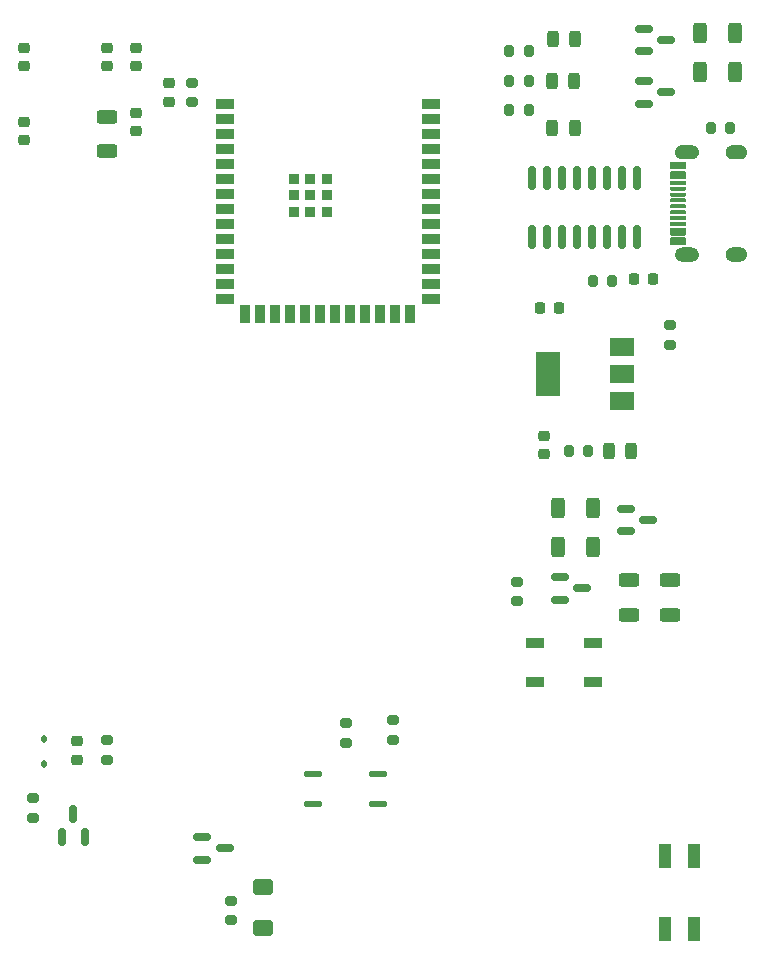
<source format=gbr>
%TF.GenerationSoftware,KiCad,Pcbnew,7.0.1*%
%TF.CreationDate,2023-08-30T08:57:10+02:00*%
%TF.ProjectId,LAS_V1,4c41535f-5631-42e6-9b69-6361645f7063,rev?*%
%TF.SameCoordinates,Original*%
%TF.FileFunction,Paste,Top*%
%TF.FilePolarity,Positive*%
%FSLAX46Y46*%
G04 Gerber Fmt 4.6, Leading zero omitted, Abs format (unit mm)*
G04 Created by KiCad (PCBNEW 7.0.1) date 2023-08-30 08:57:10*
%MOMM*%
%LPD*%
G01*
G04 APERTURE LIST*
G04 Aperture macros list*
%AMRoundRect*
0 Rectangle with rounded corners*
0 $1 Rounding radius*
0 $2 $3 $4 $5 $6 $7 $8 $9 X,Y pos of 4 corners*
0 Add a 4 corners polygon primitive as box body*
4,1,4,$2,$3,$4,$5,$6,$7,$8,$9,$2,$3,0*
0 Add four circle primitives for the rounded corners*
1,1,$1+$1,$2,$3*
1,1,$1+$1,$4,$5*
1,1,$1+$1,$6,$7*
1,1,$1+$1,$8,$9*
0 Add four rect primitives between the rounded corners*
20,1,$1+$1,$2,$3,$4,$5,0*
20,1,$1+$1,$4,$5,$6,$7,0*
20,1,$1+$1,$6,$7,$8,$9,0*
20,1,$1+$1,$8,$9,$2,$3,0*%
G04 Aperture macros list end*
%ADD10O,2.000000X1.200000*%
%ADD11O,1.800000X1.200000*%
%ADD12R,1.300000X0.300000*%
%ADD13RoundRect,0.250000X-0.625000X0.312500X-0.625000X-0.312500X0.625000X-0.312500X0.625000X0.312500X0*%
%ADD14RoundRect,0.200000X-0.275000X0.200000X-0.275000X-0.200000X0.275000X-0.200000X0.275000X0.200000X0*%
%ADD15RoundRect,0.200000X0.275000X-0.200000X0.275000X0.200000X-0.275000X0.200000X-0.275000X-0.200000X0*%
%ADD16RoundRect,0.243750X0.243750X0.456250X-0.243750X0.456250X-0.243750X-0.456250X0.243750X-0.456250X0*%
%ADD17RoundRect,0.218750X-0.256250X0.218750X-0.256250X-0.218750X0.256250X-0.218750X0.256250X0.218750X0*%
%ADD18RoundRect,0.150000X-0.587500X-0.150000X0.587500X-0.150000X0.587500X0.150000X-0.587500X0.150000X0*%
%ADD19RoundRect,0.225000X-0.250000X0.225000X-0.250000X-0.225000X0.250000X-0.225000X0.250000X0.225000X0*%
%ADD20RoundRect,0.200000X-0.200000X-0.275000X0.200000X-0.275000X0.200000X0.275000X-0.200000X0.275000X0*%
%ADD21R,2.000000X1.500000*%
%ADD22R,2.000000X3.800000*%
%ADD23RoundRect,0.150000X0.150000X-0.825000X0.150000X0.825000X-0.150000X0.825000X-0.150000X-0.825000X0*%
%ADD24R,1.500000X0.900000*%
%ADD25R,0.900000X1.500000*%
%ADD26R,0.900000X0.900000*%
%ADD27RoundRect,0.200000X0.200000X0.275000X-0.200000X0.275000X-0.200000X-0.275000X0.200000X-0.275000X0*%
%ADD28RoundRect,0.225000X-0.225000X-0.250000X0.225000X-0.250000X0.225000X0.250000X-0.225000X0.250000X0*%
%ADD29RoundRect,0.112500X0.112500X-0.187500X0.112500X0.187500X-0.112500X0.187500X-0.112500X-0.187500X0*%
%ADD30RoundRect,0.250000X0.312500X0.625000X-0.312500X0.625000X-0.312500X-0.625000X0.312500X-0.625000X0*%
%ADD31RoundRect,0.250000X-0.312500X-0.625000X0.312500X-0.625000X0.312500X0.625000X-0.312500X0.625000X0*%
%ADD32RoundRect,0.150000X0.150000X-0.587500X0.150000X0.587500X-0.150000X0.587500X-0.150000X-0.587500X0*%
%ADD33RoundRect,0.225000X0.250000X-0.225000X0.250000X0.225000X-0.250000X0.225000X-0.250000X-0.225000X0*%
%ADD34RoundRect,0.250000X-0.600000X0.400000X-0.600000X-0.400000X0.600000X-0.400000X0.600000X0.400000X0*%
%ADD35R,1.100000X2.000000*%
%ADD36RoundRect,0.137500X0.587500X0.137500X-0.587500X0.137500X-0.587500X-0.137500X0.587500X-0.137500X0*%
G04 APERTURE END LIST*
%TO.C,J7*%
G36*
X152027500Y-75800000D02*
G01*
X150727500Y-75800000D01*
X150727500Y-75500000D01*
X152027500Y-75500000D01*
X152027500Y-75800000D01*
G37*
G36*
X152027500Y-75300000D02*
G01*
X150727500Y-75300000D01*
X150727500Y-75000000D01*
X152027500Y-75000000D01*
X152027500Y-75300000D01*
G37*
G36*
X152027500Y-74800000D02*
G01*
X150727500Y-74800000D01*
X150727500Y-74500000D01*
X152027500Y-74500000D01*
X152027500Y-74800000D01*
G37*
G36*
X152027500Y-74300000D02*
G01*
X150727500Y-74300000D01*
X150727500Y-74000000D01*
X152027500Y-74000000D01*
X152027500Y-74300000D01*
G37*
G36*
X152027500Y-73800000D02*
G01*
X150727500Y-73800000D01*
X150727500Y-73500000D01*
X152027500Y-73500000D01*
X152027500Y-73800000D01*
G37*
G36*
X152027500Y-73300000D02*
G01*
X150727500Y-73300000D01*
X150727500Y-73000000D01*
X152027500Y-73000000D01*
X152027500Y-73300000D01*
G37*
G36*
X152027500Y-72800000D02*
G01*
X150727500Y-72800000D01*
X150727500Y-72500000D01*
X152027500Y-72500000D01*
X152027500Y-72800000D01*
G37*
G36*
X152027500Y-72300000D02*
G01*
X150727500Y-72300000D01*
X150727500Y-72000000D01*
X152027500Y-72000000D01*
X152027500Y-72300000D01*
G37*
G36*
X152027500Y-77100000D02*
G01*
X152027500Y-77400000D01*
X150727500Y-77400000D01*
X150727500Y-77100000D01*
X150727500Y-76800000D01*
X152027500Y-76800000D01*
X152027500Y-77100000D01*
G37*
G36*
X152027500Y-76300000D02*
G01*
X152027500Y-76600000D01*
X150727500Y-76600000D01*
X150727500Y-76300000D01*
X150727500Y-76000000D01*
X152027500Y-76000000D01*
X152027500Y-76300000D01*
G37*
G36*
X152027500Y-71500000D02*
G01*
X152027500Y-71800000D01*
X150727500Y-71800000D01*
X150727500Y-71500000D01*
X150727500Y-71200000D01*
X152027500Y-71200000D01*
X152027500Y-71500000D01*
G37*
G36*
X152027500Y-70700000D02*
G01*
X152027500Y-71000000D01*
X150727500Y-71000000D01*
X150727500Y-70700000D01*
X150727500Y-70400000D01*
X152027500Y-70400000D01*
X152027500Y-70700000D01*
G37*
G36*
X156655500Y-77626000D02*
G01*
X156685500Y-77628000D01*
X156715500Y-77632000D01*
X156744500Y-77637000D01*
X156773500Y-77644000D01*
X156802500Y-77652000D01*
X156830500Y-77661000D01*
X156858500Y-77672000D01*
X156885500Y-77685000D01*
X156912500Y-77698000D01*
X156938500Y-77713000D01*
X156963500Y-77729000D01*
X156987500Y-77747000D01*
X157011500Y-77765000D01*
X157033500Y-77785000D01*
X157055500Y-77806000D01*
X157075500Y-77828000D01*
X157094500Y-77851000D01*
X157112500Y-77875000D01*
X157129500Y-77900000D01*
X157145500Y-77925000D01*
X157159500Y-77951000D01*
X157172500Y-77978000D01*
X157184500Y-78006000D01*
X157194500Y-78034000D01*
X157203500Y-78063000D01*
X157210500Y-78092000D01*
X157216500Y-78121000D01*
X157220500Y-78151000D01*
X157223500Y-78180000D01*
X157225500Y-78210000D01*
X157225500Y-78240000D01*
X157223500Y-78270000D01*
X157220500Y-78300000D01*
X157216500Y-78329000D01*
X157210500Y-78359000D01*
X157203500Y-78388000D01*
X157194500Y-78416000D01*
X157184500Y-78444000D01*
X157172500Y-78472000D01*
X157159500Y-78499000D01*
X157145500Y-78525000D01*
X157129500Y-78551000D01*
X157112500Y-78575000D01*
X157094500Y-78599000D01*
X157075500Y-78622000D01*
X157055500Y-78644000D01*
X157033500Y-78665000D01*
X157011500Y-78685000D01*
X156987500Y-78703000D01*
X156963500Y-78721000D01*
X156938500Y-78737000D01*
X156912500Y-78752000D01*
X156885500Y-78766000D01*
X156858500Y-78778000D01*
X156830500Y-78789000D01*
X156802500Y-78798000D01*
X156773500Y-78807000D01*
X156744500Y-78813000D01*
X156715500Y-78818000D01*
X156685500Y-78822000D01*
X156655500Y-78824000D01*
X156625500Y-78825000D01*
X156025500Y-78825000D01*
X155995500Y-78824000D01*
X155965500Y-78822000D01*
X155936500Y-78818000D01*
X155906500Y-78813000D01*
X155877500Y-78807000D01*
X155848500Y-78798000D01*
X155820500Y-78789000D01*
X155792500Y-78778000D01*
X155765500Y-78766000D01*
X155738500Y-78752000D01*
X155712500Y-78737000D01*
X155687500Y-78721000D01*
X155663500Y-78703000D01*
X155639500Y-78685000D01*
X155617500Y-78665000D01*
X155596500Y-78644000D01*
X155575500Y-78622000D01*
X155556500Y-78599000D01*
X155538500Y-78575000D01*
X155521500Y-78551000D01*
X155506500Y-78525000D01*
X155491500Y-78499000D01*
X155478500Y-78472000D01*
X155467500Y-78444000D01*
X155456500Y-78416000D01*
X155448500Y-78388000D01*
X155440500Y-78359000D01*
X155434500Y-78329000D01*
X155430500Y-78300000D01*
X155427500Y-78270000D01*
X155425500Y-78240000D01*
X155425500Y-78210000D01*
X155427500Y-78180000D01*
X155430500Y-78151000D01*
X155434500Y-78121000D01*
X155440500Y-78092000D01*
X155448500Y-78063000D01*
X155456500Y-78034000D01*
X155467500Y-78006000D01*
X155478500Y-77978000D01*
X155491500Y-77951000D01*
X155506500Y-77925000D01*
X155521500Y-77900000D01*
X155538500Y-77875000D01*
X155556500Y-77851000D01*
X155575500Y-77828000D01*
X155596500Y-77806000D01*
X155617500Y-77785000D01*
X155639500Y-77765000D01*
X155663500Y-77747000D01*
X155687500Y-77729000D01*
X155712500Y-77713000D01*
X155738500Y-77698000D01*
X155765500Y-77685000D01*
X155792500Y-77672000D01*
X155820500Y-77661000D01*
X155848500Y-77652000D01*
X155877500Y-77644000D01*
X155906500Y-77637000D01*
X155936500Y-77632000D01*
X155965500Y-77628000D01*
X155995500Y-77626000D01*
X156025500Y-77625000D01*
X156625500Y-77625000D01*
X156655500Y-77626000D01*
G37*
G36*
X152575500Y-77626000D02*
G01*
X152605500Y-77628000D01*
X152635500Y-77632000D01*
X152664500Y-77637000D01*
X152693500Y-77644000D01*
X152722500Y-77652000D01*
X152750500Y-77661000D01*
X152778500Y-77672000D01*
X152806500Y-77685000D01*
X152832500Y-77698000D01*
X152858500Y-77713000D01*
X152883500Y-77729000D01*
X152907500Y-77747000D01*
X152931500Y-77765000D01*
X152953500Y-77785000D01*
X152975500Y-77806000D01*
X152995500Y-77828000D01*
X153014500Y-77851000D01*
X153032500Y-77875000D01*
X153049500Y-77900000D01*
X153065500Y-77925000D01*
X153079500Y-77951000D01*
X153092500Y-77978000D01*
X153104500Y-78006000D01*
X153114500Y-78034000D01*
X153123500Y-78063000D01*
X153130500Y-78092000D01*
X153136500Y-78121000D01*
X153141500Y-78151000D01*
X153144500Y-78180000D01*
X153145500Y-78210000D01*
X153145500Y-78240000D01*
X153144500Y-78270000D01*
X153141500Y-78300000D01*
X153136500Y-78329000D01*
X153130500Y-78359000D01*
X153123500Y-78388000D01*
X153114500Y-78416000D01*
X153104500Y-78444000D01*
X153092500Y-78472000D01*
X153079500Y-78499000D01*
X153065500Y-78525000D01*
X153049500Y-78551000D01*
X153032500Y-78575000D01*
X153014500Y-78599000D01*
X152995500Y-78622000D01*
X152975500Y-78644000D01*
X152953500Y-78665000D01*
X152931500Y-78685000D01*
X152907500Y-78703000D01*
X152883500Y-78721000D01*
X152858500Y-78737000D01*
X152832500Y-78752000D01*
X152806500Y-78766000D01*
X152778500Y-78778000D01*
X152750500Y-78789000D01*
X152722500Y-78798000D01*
X152693500Y-78807000D01*
X152664500Y-78813000D01*
X152635500Y-78818000D01*
X152605500Y-78822000D01*
X152575500Y-78824000D01*
X152545500Y-78825000D01*
X151745500Y-78825000D01*
X151715500Y-78824000D01*
X151685500Y-78822000D01*
X151656500Y-78818000D01*
X151626500Y-78813000D01*
X151597500Y-78807000D01*
X151568500Y-78798000D01*
X151540500Y-78789000D01*
X151512500Y-78778000D01*
X151485500Y-78766000D01*
X151458500Y-78752000D01*
X151432500Y-78737000D01*
X151407500Y-78721000D01*
X151383500Y-78703000D01*
X151360500Y-78685000D01*
X151337500Y-78665000D01*
X151316500Y-78644000D01*
X151295500Y-78622000D01*
X151276500Y-78599000D01*
X151258500Y-78575000D01*
X151241500Y-78551000D01*
X151226500Y-78525000D01*
X151211500Y-78499000D01*
X151198500Y-78472000D01*
X151187500Y-78444000D01*
X151176500Y-78416000D01*
X151168500Y-78388000D01*
X151160500Y-78359000D01*
X151154500Y-78329000D01*
X151150500Y-78300000D01*
X151147500Y-78270000D01*
X151145500Y-78240000D01*
X151145500Y-78210000D01*
X151147500Y-78180000D01*
X151150500Y-78151000D01*
X151154500Y-78121000D01*
X151160500Y-78092000D01*
X151168500Y-78063000D01*
X151176500Y-78034000D01*
X151187500Y-78006000D01*
X151198500Y-77978000D01*
X151211500Y-77951000D01*
X151226500Y-77925000D01*
X151241500Y-77900000D01*
X151258500Y-77875000D01*
X151276500Y-77851000D01*
X151295500Y-77828000D01*
X151316500Y-77806000D01*
X151337500Y-77785000D01*
X151360500Y-77765000D01*
X151383500Y-77747000D01*
X151407500Y-77729000D01*
X151432500Y-77713000D01*
X151458500Y-77698000D01*
X151485500Y-77685000D01*
X151512500Y-77672000D01*
X151540500Y-77661000D01*
X151568500Y-77652000D01*
X151597500Y-77644000D01*
X151626500Y-77637000D01*
X151656500Y-77632000D01*
X151685500Y-77628000D01*
X151715500Y-77626000D01*
X151745500Y-77625000D01*
X152545500Y-77625000D01*
X152575500Y-77626000D01*
G37*
G36*
X152575500Y-68976000D02*
G01*
X152605500Y-68978000D01*
X152635500Y-68982000D01*
X152664500Y-68987000D01*
X152693500Y-68993000D01*
X152722500Y-69002000D01*
X152750500Y-69011000D01*
X152778500Y-69022000D01*
X152806500Y-69034000D01*
X152832500Y-69048000D01*
X152858500Y-69063000D01*
X152883500Y-69079000D01*
X152907500Y-69097000D01*
X152931500Y-69115000D01*
X152953500Y-69135000D01*
X152975500Y-69156000D01*
X152995500Y-69178000D01*
X153014500Y-69201000D01*
X153032500Y-69225000D01*
X153049500Y-69249000D01*
X153065500Y-69275000D01*
X153079500Y-69301000D01*
X153092500Y-69328000D01*
X153104500Y-69356000D01*
X153114500Y-69384000D01*
X153123500Y-69412000D01*
X153130500Y-69441000D01*
X153136500Y-69471000D01*
X153141500Y-69500000D01*
X153144500Y-69530000D01*
X153145500Y-69560000D01*
X153145500Y-69590000D01*
X153144500Y-69620000D01*
X153141500Y-69649000D01*
X153136500Y-69679000D01*
X153130500Y-69708000D01*
X153123500Y-69737000D01*
X153114500Y-69766000D01*
X153104500Y-69794000D01*
X153092500Y-69822000D01*
X153079500Y-69849000D01*
X153065500Y-69875000D01*
X153049500Y-69900000D01*
X153032500Y-69925000D01*
X153014500Y-69949000D01*
X152995500Y-69972000D01*
X152975500Y-69994000D01*
X152953500Y-70015000D01*
X152931500Y-70035000D01*
X152907500Y-70053000D01*
X152883500Y-70071000D01*
X152858500Y-70087000D01*
X152832500Y-70102000D01*
X152806500Y-70115000D01*
X152778500Y-70128000D01*
X152750500Y-70139000D01*
X152722500Y-70148000D01*
X152693500Y-70156000D01*
X152664500Y-70163000D01*
X152635500Y-70168000D01*
X152605500Y-70172000D01*
X152575500Y-70174000D01*
X152545500Y-70175000D01*
X151745500Y-70175000D01*
X151715500Y-70174000D01*
X151685500Y-70172000D01*
X151656500Y-70168000D01*
X151626500Y-70163000D01*
X151597500Y-70156000D01*
X151568500Y-70148000D01*
X151540500Y-70139000D01*
X151512500Y-70128000D01*
X151485500Y-70115000D01*
X151458500Y-70102000D01*
X151432500Y-70087000D01*
X151407500Y-70071000D01*
X151383500Y-70053000D01*
X151360500Y-70035000D01*
X151337500Y-70015000D01*
X151316500Y-69994000D01*
X151295500Y-69972000D01*
X151276500Y-69949000D01*
X151258500Y-69925000D01*
X151241500Y-69900000D01*
X151226500Y-69875000D01*
X151211500Y-69849000D01*
X151198500Y-69822000D01*
X151187500Y-69794000D01*
X151176500Y-69766000D01*
X151168500Y-69737000D01*
X151160500Y-69708000D01*
X151154500Y-69679000D01*
X151150500Y-69649000D01*
X151147500Y-69620000D01*
X151145500Y-69590000D01*
X151145500Y-69560000D01*
X151147500Y-69530000D01*
X151150500Y-69500000D01*
X151154500Y-69471000D01*
X151160500Y-69441000D01*
X151168500Y-69412000D01*
X151176500Y-69384000D01*
X151187500Y-69356000D01*
X151198500Y-69328000D01*
X151211500Y-69301000D01*
X151226500Y-69275000D01*
X151241500Y-69249000D01*
X151258500Y-69225000D01*
X151276500Y-69201000D01*
X151295500Y-69178000D01*
X151316500Y-69156000D01*
X151337500Y-69135000D01*
X151360500Y-69115000D01*
X151383500Y-69097000D01*
X151407500Y-69079000D01*
X151432500Y-69063000D01*
X151458500Y-69048000D01*
X151485500Y-69034000D01*
X151512500Y-69022000D01*
X151540500Y-69011000D01*
X151568500Y-69002000D01*
X151597500Y-68993000D01*
X151626500Y-68987000D01*
X151656500Y-68982000D01*
X151685500Y-68978000D01*
X151715500Y-68976000D01*
X151745500Y-68975000D01*
X152545500Y-68975000D01*
X152575500Y-68976000D01*
G37*
G36*
X156655500Y-68976000D02*
G01*
X156685500Y-68978000D01*
X156715500Y-68982000D01*
X156744500Y-68987000D01*
X156773500Y-68993000D01*
X156802500Y-69002000D01*
X156830500Y-69011000D01*
X156858500Y-69022000D01*
X156885500Y-69034000D01*
X156912500Y-69048000D01*
X156938500Y-69063000D01*
X156963500Y-69079000D01*
X156987500Y-69097000D01*
X157011500Y-69115000D01*
X157033500Y-69135000D01*
X157055500Y-69156000D01*
X157075500Y-69178000D01*
X157094500Y-69201000D01*
X157112500Y-69225000D01*
X157129500Y-69249000D01*
X157145500Y-69275000D01*
X157159500Y-69301000D01*
X157172500Y-69328000D01*
X157184500Y-69356000D01*
X157194500Y-69384000D01*
X157203500Y-69412000D01*
X157210500Y-69441000D01*
X157216500Y-69471000D01*
X157220500Y-69500000D01*
X157223500Y-69530000D01*
X157225500Y-69560000D01*
X157225500Y-69590000D01*
X157223500Y-69620000D01*
X157220500Y-69649000D01*
X157216500Y-69679000D01*
X157210500Y-69708000D01*
X157203500Y-69737000D01*
X157194500Y-69766000D01*
X157184500Y-69794000D01*
X157172500Y-69822000D01*
X157159500Y-69849000D01*
X157145500Y-69875000D01*
X157129500Y-69900000D01*
X157112500Y-69925000D01*
X157094500Y-69949000D01*
X157075500Y-69972000D01*
X157055500Y-69994000D01*
X157033500Y-70015000D01*
X157011500Y-70035000D01*
X156987500Y-70053000D01*
X156963500Y-70071000D01*
X156938500Y-70087000D01*
X156912500Y-70102000D01*
X156885500Y-70115000D01*
X156858500Y-70128000D01*
X156830500Y-70139000D01*
X156802500Y-70148000D01*
X156773500Y-70156000D01*
X156744500Y-70163000D01*
X156715500Y-70168000D01*
X156685500Y-70172000D01*
X156655500Y-70174000D01*
X156625500Y-70175000D01*
X156025500Y-70175000D01*
X155995500Y-70174000D01*
X155965500Y-70172000D01*
X155936500Y-70168000D01*
X155906500Y-70163000D01*
X155877500Y-70156000D01*
X155848500Y-70148000D01*
X155820500Y-70139000D01*
X155792500Y-70128000D01*
X155765500Y-70115000D01*
X155738500Y-70102000D01*
X155712500Y-70087000D01*
X155687500Y-70071000D01*
X155663500Y-70053000D01*
X155639500Y-70035000D01*
X155617500Y-70015000D01*
X155596500Y-69994000D01*
X155575500Y-69972000D01*
X155556500Y-69949000D01*
X155538500Y-69925000D01*
X155521500Y-69900000D01*
X155506500Y-69875000D01*
X155491500Y-69849000D01*
X155478500Y-69822000D01*
X155467500Y-69794000D01*
X155456500Y-69766000D01*
X155448500Y-69737000D01*
X155440500Y-69708000D01*
X155434500Y-69679000D01*
X155430500Y-69649000D01*
X155427500Y-69620000D01*
X155425500Y-69590000D01*
X155425500Y-69560000D01*
X155427500Y-69530000D01*
X155430500Y-69500000D01*
X155434500Y-69471000D01*
X155440500Y-69441000D01*
X155448500Y-69412000D01*
X155456500Y-69384000D01*
X155467500Y-69356000D01*
X155478500Y-69328000D01*
X155491500Y-69301000D01*
X155506500Y-69275000D01*
X155521500Y-69249000D01*
X155538500Y-69225000D01*
X155556500Y-69201000D01*
X155575500Y-69178000D01*
X155596500Y-69156000D01*
X155617500Y-69135000D01*
X155639500Y-69115000D01*
X155663500Y-69097000D01*
X155687500Y-69079000D01*
X155712500Y-69063000D01*
X155738500Y-69048000D01*
X155765500Y-69034000D01*
X155792500Y-69022000D01*
X155820500Y-69011000D01*
X155848500Y-69002000D01*
X155877500Y-68993000D01*
X155906500Y-68987000D01*
X155936500Y-68982000D01*
X155965500Y-68978000D01*
X155995500Y-68976000D01*
X156025500Y-68975000D01*
X156625500Y-68975000D01*
X156655500Y-68976000D01*
G37*
%TD*%
D10*
%TO.C,J7*%
X152145500Y-78225000D03*
X152145500Y-69575000D03*
D11*
X156325500Y-69575000D03*
X156325500Y-78225000D03*
D12*
X151377500Y-77250000D03*
X151377500Y-76450000D03*
X151377500Y-75150000D03*
X151377500Y-74150000D03*
X151377500Y-73650000D03*
X151377500Y-72650000D03*
X151377500Y-71350000D03*
X151377500Y-70550000D03*
X151377500Y-70850000D03*
X151377500Y-71650000D03*
X151377500Y-72150000D03*
X151377500Y-73150000D03*
X151377500Y-74650000D03*
X151377500Y-75650000D03*
X151377500Y-76150000D03*
X151377500Y-76950000D03*
%TD*%
D13*
%TO.C,R2*%
X103000000Y-66547500D03*
X103000000Y-69472500D03*
%TD*%
D14*
%TO.C,R12*%
X110250000Y-63685000D03*
X110250000Y-65335000D03*
%TD*%
D15*
%TO.C,R3*%
X150750000Y-85875000D03*
X150750000Y-84225000D03*
%TD*%
D16*
%TO.C,D1*%
X147400000Y-94865000D03*
X145525000Y-94865000D03*
%TD*%
D17*
%TO.C,D6*%
X100500000Y-119440000D03*
X100500000Y-121015000D03*
%TD*%
D18*
%TO.C,Q3*%
X148525000Y-63550000D03*
X148525000Y-65450000D03*
X150400000Y-64500000D03*
%TD*%
D14*
%TO.C,R21*%
X127250000Y-117675000D03*
X127250000Y-119325000D03*
%TD*%
D19*
%TO.C,C1*%
X105500000Y-66235000D03*
X105500000Y-67785000D03*
%TD*%
D16*
%TO.C,D2*%
X142687500Y-60000000D03*
X140812500Y-60000000D03*
%TD*%
D14*
%TO.C,R24*%
X123250000Y-117925000D03*
X123250000Y-119575000D03*
%TD*%
D18*
%TO.C,Q5*%
X147000000Y-99750000D03*
X147000000Y-101650000D03*
X148875000Y-100700000D03*
%TD*%
D20*
%TO.C,R7*%
X137100000Y-66020000D03*
X138750000Y-66020000D03*
%TD*%
D18*
%TO.C,Q6*%
X141375000Y-105550000D03*
X141375000Y-107450000D03*
X143250000Y-106500000D03*
%TD*%
D14*
%TO.C,R1*%
X137750000Y-105925000D03*
X137750000Y-107575000D03*
%TD*%
D21*
%TO.C,U2*%
X146675000Y-90665000D03*
X146675000Y-88365000D03*
D22*
X140375000Y-88365000D03*
D21*
X146675000Y-86065000D03*
%TD*%
D23*
%TO.C,U3*%
X139055000Y-76725000D03*
X140325000Y-76725000D03*
X141595000Y-76725000D03*
X142865000Y-76725000D03*
X144135000Y-76725000D03*
X145405000Y-76725000D03*
X146675000Y-76725000D03*
X147945000Y-76725000D03*
X147945000Y-71775000D03*
X146675000Y-71775000D03*
X145405000Y-71775000D03*
X144135000Y-71775000D03*
X142865000Y-71775000D03*
X141595000Y-71775000D03*
X140325000Y-71775000D03*
X139055000Y-71775000D03*
%TD*%
D19*
%TO.C,C3*%
X103000000Y-60735000D03*
X103000000Y-62285000D03*
%TD*%
%TO.C,C5*%
X96000000Y-60735000D03*
X96000000Y-62285000D03*
%TD*%
D24*
%TO.C,U1*%
X113000000Y-65500000D03*
X113000000Y-66770000D03*
X113000000Y-68040000D03*
X113000000Y-69310000D03*
X113000000Y-70580000D03*
X113000000Y-71850000D03*
X113000000Y-73120000D03*
X113000000Y-74390000D03*
X113000000Y-75660000D03*
X113000000Y-76930000D03*
X113000000Y-78200000D03*
X113000000Y-79470000D03*
X113000000Y-80740000D03*
X113000000Y-82010000D03*
D25*
X114765000Y-83260000D03*
X116035000Y-83260000D03*
X117305000Y-83260000D03*
X118575000Y-83260000D03*
X119845000Y-83260000D03*
X121115000Y-83260000D03*
X122385000Y-83260000D03*
X123655000Y-83260000D03*
X124925000Y-83260000D03*
X126195000Y-83260000D03*
X127465000Y-83260000D03*
X128735000Y-83260000D03*
D24*
X130500000Y-82010000D03*
X130500000Y-80740000D03*
X130500000Y-79470000D03*
X130500000Y-78200000D03*
X130500000Y-76930000D03*
X130500000Y-75660000D03*
X130500000Y-74390000D03*
X130500000Y-73120000D03*
X130500000Y-71850000D03*
X130500000Y-70580000D03*
X130500000Y-69310000D03*
X130500000Y-68040000D03*
X130500000Y-66770000D03*
X130500000Y-65500000D03*
D26*
X118850000Y-71820000D03*
X118850000Y-73220000D03*
X118850000Y-74620000D03*
X118850000Y-74620000D03*
X120250000Y-71820000D03*
X120250000Y-71820000D03*
X120250000Y-73220000D03*
X120250000Y-74620000D03*
X121650000Y-71820000D03*
X121650000Y-73220000D03*
X121650000Y-74620000D03*
%TD*%
D27*
%TO.C,R10*%
X145825000Y-80500000D03*
X144175000Y-80500000D03*
%TD*%
%TO.C,R4*%
X143787500Y-94865000D03*
X142137500Y-94865000D03*
%TD*%
D14*
%TO.C,R9*%
X96750000Y-124250000D03*
X96750000Y-125900000D03*
%TD*%
D19*
%TO.C,C4*%
X105500000Y-60735000D03*
X105500000Y-62285000D03*
%TD*%
D28*
%TO.C,C8*%
X139725000Y-82750000D03*
X141275000Y-82750000D03*
%TD*%
D16*
%TO.C,D5*%
X142625000Y-67500000D03*
X140750000Y-67500000D03*
%TD*%
D18*
%TO.C,Q2*%
X148525000Y-59100000D03*
X148525000Y-61000000D03*
X150400000Y-60050000D03*
%TD*%
D29*
%TO.C,D7*%
X97730000Y-121357500D03*
X97730000Y-119257500D03*
%TD*%
D18*
%TO.C,Q4*%
X111125000Y-127550000D03*
X111125000Y-129450000D03*
X113000000Y-128500000D03*
%TD*%
D19*
%TO.C,C6*%
X140025000Y-93590000D03*
X140025000Y-95140000D03*
%TD*%
D13*
%TO.C,R29*%
X150750000Y-105787500D03*
X150750000Y-108712500D03*
%TD*%
D30*
%TO.C,R26*%
X144150000Y-99720000D03*
X141225000Y-99720000D03*
%TD*%
D13*
%TO.C,R28*%
X147250000Y-105787500D03*
X147250000Y-108712500D03*
%TD*%
D31*
%TO.C,R27*%
X141225000Y-103010000D03*
X144150000Y-103010000D03*
%TD*%
D20*
%TO.C,R6*%
X137100000Y-63510000D03*
X138750000Y-63510000D03*
%TD*%
D31*
%TO.C,R13*%
X153250000Y-59470000D03*
X156175000Y-59470000D03*
%TD*%
D32*
%TO.C,Q1*%
X99250000Y-127500000D03*
X101150000Y-127500000D03*
X100200000Y-125625000D03*
%TD*%
D20*
%TO.C,R5*%
X137100000Y-61000000D03*
X138750000Y-61000000D03*
%TD*%
D33*
%TO.C,C9*%
X108250000Y-65285000D03*
X108250000Y-63735000D03*
%TD*%
D34*
%TO.C,D11*%
X116250000Y-131750000D03*
X116250000Y-135250000D03*
%TD*%
D27*
%TO.C,R11*%
X155825000Y-67500000D03*
X154175000Y-67500000D03*
%TD*%
D35*
%TO.C,D8*%
X152700000Y-129150000D03*
X150300000Y-129150000D03*
X150300000Y-135350000D03*
X152700000Y-135350000D03*
%TD*%
D16*
%TO.C,D3*%
X142577500Y-63555000D03*
X140702500Y-63555000D03*
%TD*%
D36*
%TO.C,U5*%
X126000000Y-124770000D03*
X126000000Y-122230000D03*
X120500000Y-122230000D03*
X120500000Y-124770000D03*
%TD*%
D31*
%TO.C,R14*%
X153250000Y-62760000D03*
X156175000Y-62760000D03*
%TD*%
D19*
%TO.C,C2*%
X96000000Y-66975000D03*
X96000000Y-68525000D03*
%TD*%
D24*
%TO.C,D4*%
X144200000Y-114400000D03*
X144200000Y-111100000D03*
X139300000Y-111100000D03*
X139300000Y-114400000D03*
%TD*%
D15*
%TO.C,R20*%
X113500000Y-134575000D03*
X113500000Y-132925000D03*
%TD*%
%TO.C,R8*%
X103050000Y-121012500D03*
X103050000Y-119362500D03*
%TD*%
D28*
%TO.C,C7*%
X147700000Y-80300000D03*
X149250000Y-80300000D03*
%TD*%
M02*

</source>
